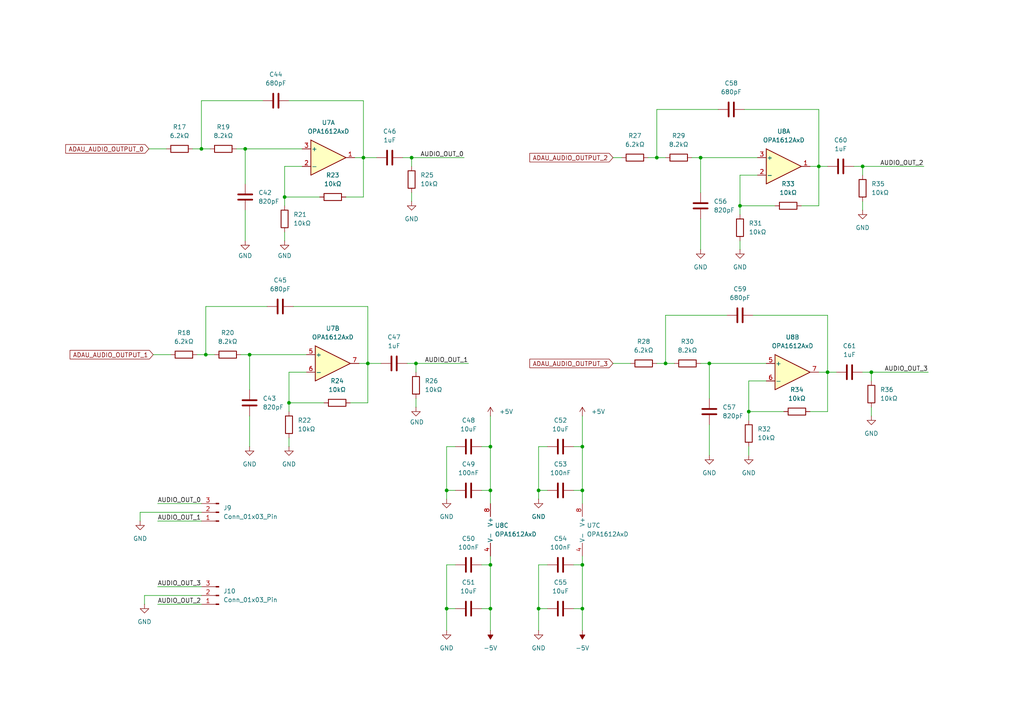
<source format=kicad_sch>
(kicad_sch (version 20250114) (generator "eeschema") (generator_version "9.0")
  (paper "A4")
  (title_block (title "${TITLE_BLOCK_PROJECT_NAME}") (date "${TITLE_BLOCK_DATE}") (rev "${TITLE_BLOCK_REVISION}") (company "${TITLE_BLOCK_AUTHOR}") (comment 1 "${TITLE_BLOCK_REPOSITORY}") (comment 8 "${TITLE_BLOCK_PROJECT_NAME_SHORT}") (comment 9 "${TITLE_BLOCK_BASE_REPOSITORY}"))
  (lib_symbols
    (symbol "Amplifier_Operational:OPA1612AxD" (pin_names (offset 0.127))
      (property "Reference" "U" (at 0 5.08 0))
      (property "Value" "OPA1612AxD" (at 0 -5.08 0))
      (symbol "OPA1612AxD_1_1"
        (polyline (pts (xy -5.08 5.08) (xy 5.08 0) (xy -5.08 -5.08) (xy -5.08 5.08)) (stroke (width 0.254)) (fill (type background)))
        (pin input line (at -7.62 2.54 0) (length 2.54) (name "+") (number "3"))
        (pin input line (at -7.62 -2.54 0) (length 2.54) (name "-") (number "2"))
        (pin output line (at 7.62 0 180) (length 2.54) (name "~") (number "1"))
      )
      (symbol "OPA1612AxD_2_1"
        (polyline (pts (xy -5.08 5.08) (xy 5.08 0) (xy -5.08 -5.08) (xy -5.08 5.08)) (stroke (width 0.254)) (fill (type background)))
        (pin input line (at -7.62 2.54 0) (length 2.54) (name "+") (number "5"))
        (pin input line (at -7.62 -2.54 0) (length 2.54) (name "-") (number "6"))
        (pin output line (at 7.62 0 180) (length 2.54) (name "~") (number "7"))
      )
      (symbol "OPA1612AxD_3_1"
        (pin power_in line (at -2.54 7.62 270) (length 3.81) (name "V+") (number "8"))
        (pin power_in line (at -2.54 -7.62 90) (length 3.81) (name "V-") (number "4"))
      )
    )
    (symbol "Connector:Conn_01x03_Pin" (pin_names (offset 1.016) (hide yes))
      (property "Reference" "J" (at 0 5.08 0))
      (property "Value" "Conn_01x03_Pin" (at 0 -5.08 0))
      (symbol "Conn_01x03_Pin_1_1"
        (rectangle (start 0.8636 2.667) (end 0 2.413) (stroke (width 0.1524)) (fill (type outline)))
        (rectangle (start 0.8636 0.127) (end 0 -0.127) (stroke (width 0.1524)) (fill (type outline)))
        (rectangle (start 0.8636 -2.413) (end 0 -2.667) (stroke (width 0.1524)) (fill (type outline)))
        (polyline (pts (xy 1.27 2.54) (xy 0.8636 2.54)) (stroke (width 0.1524)))
        (polyline (pts (xy 1.27 0) (xy 0.8636 0)) (stroke (width 0.1524)))
        (polyline (pts (xy 1.27 -2.54) (xy 0.8636 -2.54)) (stroke (width 0.1524)))
        (pin passive line (at 5.08 2.54 180) (length 3.81) (name "Pin_1") (number "1"))
        (pin passive line (at 5.08 0 180) (length 3.81) (name "Pin_2") (number "2"))
        (pin passive line (at 5.08 -2.54 180) (length 3.81) (name "Pin_3") (number "3"))
      )
    )
    (symbol "Device:C" (pin_numbers (hide yes)) (pin_names (offset 0.254))
      (property "Reference" "C" (at 0.635 2.54 0))
      (property "Value" "C" (at 0.635 -2.54 0))
      (symbol "C_0_1"
        (polyline (pts (xy -2.032 0.762) (xy 2.032 0.762)) (stroke (width 0.508)))
        (polyline (pts (xy -2.032 -0.762) (xy 2.032 -0.762)) (stroke (width 0.508)))
      )
      (symbol "C_1_1"
        (pin passive line (at 0 3.81 270) (length 2.794) (name "~") (number "1"))
        (pin passive line (at 0 -3.81 90) (length 2.794) (name "~") (number "2"))
      )
    )
    (symbol "Device:R" (pin_numbers (hide yes)) (pin_names (offset 0))
      (property "Reference" "R" (at 2.032 0 90))
      (property "Value" "R" (at 0 0 90))
      (symbol "R_0_1"
        (rectangle (start -1.016 -2.54) (end 1.016 2.54) (stroke (width 0.254)))
      )
      (symbol "R_1_1"
        (pin passive line (at 0 3.81 270) (length 1.27) (name "~") (number "1"))
        (pin passive line (at 0 -3.81 90) (length 1.27) (name "~") (number "2"))
      )
    )
    (symbol "power:+5V" (power) (pin_numbers (hide yes)) (pin_names (offset 0) (hide yes))
      (property "Value" "+5V" (at 0 3.556 0))
      (symbol "+5V_0_1"
        (polyline (pts (xy -0.762 1.27) (xy 0 2.54)))
        (polyline (pts (xy 0 2.54) (xy 0.762 1.27)))
        (polyline (pts (xy 0 0) (xy 0 2.54)))
      )
      (symbol "+5V_1_1"
        (pin power_in line (at 0 0 90) (length 0) (name "~") (number "1"))
      )
    )
    (symbol "power:-5V" (power) (pin_numbers (hide yes)) (pin_names (offset 0) (hide yes))
      (property "Value" "-5V" (at 0 3.556 0))
      (symbol "-5V_0_0"
        (pin power_in line (at 0 0 90) (length 0) (name "~") (number "1"))
      )
      (symbol "-5V_0_1"
        (polyline (pts (xy 0 0) (xy 0 1.27) (xy 0.762 1.27) (xy 0 2.54) (xy -0.762 1.27) (xy 0 1.27)) (fill (type outline)))
      )
    )
    (symbol "power:GND" (power) (pin_numbers (hide yes)) (pin_names (offset 0) (hide yes))
      (property "Value" "GND" (at 0 -3.81 0))
      (symbol "GND_0_1"
        (polyline (pts (xy 0 0) (xy 0 -1.27) (xy 1.27 -1.27) (xy 0 -2.54) (xy -1.27 -1.27) (xy 0 -1.27)))
      )
      (symbol "GND_1_1"
        (pin power_in line (at 0 0 270) (length 0) (name "~") (number "1"))
      )
    )
  )
  (junction (at 240.03 107.95))
  (junction (at 156.21 142.24))
  (junction (at 105.41 45.72))
  (junction (at 142.24 163.83))
  (junction (at 203.2 45.72))
  (junction (at 168.91 163.83))
  (junction (at 252.73 107.95))
  (junction (at 142.24 142.24))
  (junction (at 156.21 176.53))
  (junction (at 205.74 105.41))
  (junction (at 168.91 129.54))
  (junction (at 83.82 116.84))
  (junction (at 142.24 176.53))
  (junction (at 168.91 176.53))
  (junction (at 119.38 45.72))
  (junction (at 142.24 129.54))
  (junction (at 214.63 59.69))
  (junction (at 193.04 105.41))
  (junction (at 82.55 57.15))
  (junction (at 237.49 48.26))
  (junction (at 59.69 102.87))
  (junction (at 129.54 176.53))
  (junction (at 120.65 105.41))
  (junction (at 190.5 45.72))
  (junction (at 217.17 119.38))
  (junction (at 129.54 142.24))
  (junction (at 250.19 48.26))
  (junction (at 168.91 142.24))
  (junction (at 58.42 43.18))
  (junction (at 72.39 102.87))
  (junction (at 71.12 43.18))
  (junction (at 106.68 105.41))
  (wire (pts (xy 156.21 142.24) (xy 158.75 142.24)))
  (wire (pts (xy 120.65 115.57) (xy 120.65 118.11)))
  (wire (pts (xy 83.82 127) (xy 83.82 129.54)))
  (wire (pts (xy 166.37 163.83) (xy 168.91 163.83)))
  (wire (pts (xy 120.65 105.41) (xy 118.11 105.41)))
  (wire (pts (xy 101.6 116.84) (xy 106.68 116.84)))
  (wire (pts (xy 187.96 45.72) (xy 190.5 45.72)))
  (wire (pts (xy 44.45 102.87) (xy 49.53 102.87)))
  (wire (pts (xy 232.41 59.69) (xy 237.49 59.69)))
  (wire (pts (xy 69.85 102.87) (xy 72.39 102.87)))
  (wire (pts (xy 72.39 102.87) (xy 88.9 102.87)))
  (wire (pts (xy 240.03 119.38) (xy 240.03 107.95)))
  (wire (pts (xy 203.2 45.72) (xy 219.71 45.72)))
  (wire (pts (xy 129.54 129.54) (xy 129.54 142.24)))
  (wire (pts (xy 129.54 176.53) (xy 129.54 163.83)))
  (wire (pts (xy 120.65 107.95) (xy 120.65 105.41)))
  (wire (pts (xy 217.17 121.92) (xy 217.17 119.38)))
  (wire (pts (xy 68.58 43.18) (xy 71.12 43.18)))
  (wire (pts (xy 72.39 120.65) (xy 72.39 129.54)))
  (wire (pts (xy 45.72 146.05) (xy 58.42 146.05)))
  (wire (pts (xy 240.03 107.95) (xy 240.03 91.44)))
  (wire (pts (xy 139.7 176.53) (xy 142.24 176.53)))
  (wire (pts (xy 41.91 172.72) (xy 41.91 175.26)))
  (wire (pts (xy 234.95 48.26) (xy 237.49 48.26)))
  (wire (pts (xy 217.17 110.49) (xy 222.25 110.49)))
  (wire (pts (xy 45.72 151.13) (xy 58.42 151.13)))
  (wire (pts (xy 166.37 176.53) (xy 168.91 176.53)))
  (wire (pts (xy 120.65 105.41) (xy 135.89 105.41)))
  (wire (pts (xy 119.38 45.72) (xy 134.62 45.72)))
  (wire (pts (xy 203.2 45.72) (xy 203.2 55.88)))
  (wire (pts (xy 82.55 57.15) (xy 82.55 48.26)))
  (wire (pts (xy 252.73 107.95) (xy 269.24 107.95)))
  (wire (pts (xy 193.04 105.41) (xy 195.58 105.41)))
  (wire (pts (xy 58.42 29.21) (xy 58.42 43.18)))
  (wire (pts (xy 250.19 50.8) (xy 250.19 48.26)))
  (wire (pts (xy 129.54 176.53) (xy 132.08 176.53)))
  (wire (pts (xy 76.2 29.21) (xy 58.42 29.21)))
  (wire (pts (xy 71.12 60.96) (xy 71.12 69.85)))
  (wire (pts (xy 82.55 57.15) (xy 92.71 57.15)))
  (wire (pts (xy 104.14 105.41) (xy 106.68 105.41)))
  (wire (pts (xy 142.24 120.65) (xy 142.24 129.54)))
  (wire (pts (xy 177.8 105.41) (xy 182.88 105.41)))
  (wire (pts (xy 106.68 105.41) (xy 106.68 88.9)))
  (wire (pts (xy 82.55 59.69) (xy 82.55 57.15)))
  (wire (pts (xy 45.72 170.18) (xy 58.42 170.18)))
  (wire (pts (xy 105.41 45.72) (xy 109.22 45.72)))
  (wire (pts (xy 156.21 129.54) (xy 156.21 142.24)))
  (wire (pts (xy 45.72 175.26) (xy 58.42 175.26)))
  (wire (pts (xy 168.91 163.83) (xy 168.91 176.53)))
  (wire (pts (xy 129.54 144.78) (xy 129.54 142.24)))
  (wire (pts (xy 237.49 48.26) (xy 240.03 48.26)))
  (wire (pts (xy 252.73 107.95) (xy 250.19 107.95)))
  (wire (pts (xy 168.91 161.29) (xy 168.91 163.83)))
  (wire (pts (xy 105.41 45.72) (xy 105.41 29.21)))
  (wire (pts (xy 168.91 129.54) (xy 168.91 142.24)))
  (wire (pts (xy 132.08 129.54) (xy 129.54 129.54)))
  (wire (pts (xy 252.73 110.49) (xy 252.73 107.95)))
  (wire (pts (xy 85.09 88.9) (xy 106.68 88.9)))
  (wire (pts (xy 83.82 119.38) (xy 83.82 116.84)))
  (wire (pts (xy 83.82 116.84) (xy 93.98 116.84)))
  (wire (pts (xy 214.63 50.8) (xy 219.71 50.8)))
  (wire (pts (xy 139.7 163.83) (xy 142.24 163.83)))
  (wire (pts (xy 205.74 105.41) (xy 205.74 115.57)))
  (wire (pts (xy 142.24 129.54) (xy 142.24 142.24)))
  (wire (pts (xy 129.54 163.83) (xy 132.08 163.83)))
  (wire (pts (xy 190.5 105.41) (xy 193.04 105.41)))
  (wire (pts (xy 237.49 59.69) (xy 237.49 48.26)))
  (wire (pts (xy 237.49 48.26) (xy 237.49 31.75)))
  (wire (pts (xy 83.82 116.84) (xy 83.82 107.95)))
  (wire (pts (xy 105.41 57.15) (xy 105.41 45.72)))
  (wire (pts (xy 116.84 45.72) (xy 119.38 45.72)))
  (wire (pts (xy 71.12 43.18) (xy 87.63 43.18)))
  (wire (pts (xy 166.37 142.24) (xy 168.91 142.24)))
  (wire (pts (xy 168.91 120.65) (xy 168.91 129.54)))
  (wire (pts (xy 106.68 116.84) (xy 106.68 105.41)))
  (wire (pts (xy 142.24 163.83) (xy 142.24 176.53)))
  (wire (pts (xy 119.38 55.88) (xy 119.38 58.42)))
  (wire (pts (xy 139.7 129.54) (xy 142.24 129.54)))
  (wire (pts (xy 142.24 161.29) (xy 142.24 163.83)))
  (wire (pts (xy 210.82 91.44) (xy 193.04 91.44)))
  (wire (pts (xy 214.63 62.23) (xy 214.63 59.69)))
  (wire (pts (xy 142.24 142.24) (xy 142.24 146.05)))
  (wire (pts (xy 58.42 172.72) (xy 41.91 172.72)))
  (wire (pts (xy 119.38 48.26) (xy 119.38 45.72)))
  (wire (pts (xy 217.17 119.38) (xy 227.33 119.38)))
  (wire (pts (xy 158.75 129.54) (xy 156.21 129.54)))
  (wire (pts (xy 59.69 102.87) (xy 62.23 102.87)))
  (wire (pts (xy 252.73 118.11) (xy 252.73 120.65)))
  (wire (pts (xy 240.03 107.95) (xy 242.57 107.95)))
  (wire (pts (xy 156.21 182.88) (xy 156.21 176.53)))
  (wire (pts (xy 214.63 59.69) (xy 214.63 50.8)))
  (wire (pts (xy 156.21 176.53) (xy 156.21 163.83)))
  (wire (pts (xy 177.8 45.72) (xy 180.34 45.72)))
  (wire (pts (xy 250.19 58.42) (xy 250.19 60.96)))
  (wire (pts (xy 156.21 144.78) (xy 156.21 142.24)))
  (wire (pts (xy 71.12 43.18) (xy 71.12 53.34)))
  (wire (pts (xy 106.68 105.41) (xy 110.49 105.41)))
  (wire (pts (xy 168.91 176.53) (xy 168.91 182.88)))
  (wire (pts (xy 250.19 48.26) (xy 267.97 48.26)))
  (wire (pts (xy 166.37 129.54) (xy 168.91 129.54)))
  (wire (pts (xy 234.95 119.38) (xy 240.03 119.38)))
  (wire (pts (xy 40.64 148.59) (xy 40.64 151.13)))
  (wire (pts (xy 59.69 88.9) (xy 59.69 102.87)))
  (wire (pts (xy 57.15 102.87) (xy 59.69 102.87)))
  (wire (pts (xy 142.24 176.53) (xy 142.24 182.88)))
  (wire (pts (xy 218.44 91.44) (xy 240.03 91.44)))
  (wire (pts (xy 83.82 107.95) (xy 88.9 107.95)))
  (wire (pts (xy 77.47 88.9) (xy 59.69 88.9)))
  (wire (pts (xy 190.5 45.72) (xy 193.04 45.72)))
  (wire (pts (xy 43.18 43.18) (xy 48.26 43.18)))
  (wire (pts (xy 217.17 119.38) (xy 217.17 110.49)))
  (wire (pts (xy 237.49 107.95) (xy 240.03 107.95)))
  (wire (pts (xy 156.21 163.83) (xy 158.75 163.83)))
  (wire (pts (xy 82.55 67.31) (xy 82.55 69.85)))
  (wire (pts (xy 203.2 105.41) (xy 205.74 105.41)))
  (wire (pts (xy 129.54 182.88) (xy 129.54 176.53)))
  (wire (pts (xy 200.66 45.72) (xy 203.2 45.72)))
  (wire (pts (xy 156.21 176.53) (xy 158.75 176.53)))
  (wire (pts (xy 58.42 148.59) (xy 40.64 148.59)))
  (wire (pts (xy 214.63 59.69) (xy 224.79 59.69)))
  (wire (pts (xy 217.17 129.54) (xy 217.17 132.08)))
  (wire (pts (xy 205.74 123.19) (xy 205.74 132.08)))
  (wire (pts (xy 190.5 31.75) (xy 190.5 45.72)))
  (wire (pts (xy 139.7 142.24) (xy 142.24 142.24)))
  (wire (pts (xy 215.9 31.75) (xy 237.49 31.75)))
  (wire (pts (xy 129.54 142.24) (xy 132.08 142.24)))
  (wire (pts (xy 72.39 102.87) (xy 72.39 113.03)))
  (wire (pts (xy 203.2 63.5) (xy 203.2 72.39)))
  (wire (pts (xy 205.74 105.41) (xy 222.25 105.41)))
  (wire (pts (xy 55.88 43.18) (xy 58.42 43.18)))
  (wire (pts (xy 208.28 31.75) (xy 190.5 31.75)))
  (wire (pts (xy 58.42 43.18) (xy 60.96 43.18)))
  (wire (pts (xy 102.87 45.72) (xy 105.41 45.72)))
  (wire (pts (xy 82.55 48.26) (xy 87.63 48.26)))
  (wire (pts (xy 193.04 91.44) (xy 193.04 105.41)))
  (wire (pts (xy 250.19 48.26) (xy 247.65 48.26)))
  (wire (pts (xy 168.91 142.24) (xy 168.91 146.05)))
  (wire (pts (xy 100.33 57.15) (xy 105.41 57.15)))
  (wire (pts (xy 83.82 29.21) (xy 105.41 29.21)))
  (wire (pts (xy 214.63 69.85) (xy 214.63 72.39)))
  (label "AUDIO_OUT_0" (at 121.92 45.72 0))
  (label "AUDIO_OUT_1" (at 45.72 151.13 0))
  (label "AUDIO_OUT_2" (at 255.27 48.26 0))
  (label "AUDIO_OUT_3" (at 256.54 107.95 0))
  (label "AUDIO_OUT_1" (at 123.19 105.41 0))
  (label "AUDIO_OUT_0" (at 45.72 146.05 0))
  (label "AUDIO_OUT_2" (at 45.72 175.26 0))
  (label "AUDIO_OUT_3" (at 45.72 170.18 0))
  (global_label "ADAU_AUDIO_OUTPUT_3" (shape input) (at 177.8 105.41 180) (property "Intersheetrefs" "${INTERSHEET_REFS}" (effects (hide yes))))
  (global_label "ADAU_AUDIO_OUTPUT_0" (shape input) (at 43.18 43.18 180) (property "Intersheetrefs" "${INTERSHEET_REFS}" (effects (hide yes))))
  (global_label "ADAU_AUDIO_OUTPUT_1" (shape input) (at 44.45 102.87 180) (property "Intersheetrefs" "${INTERSHEET_REFS}" (effects (hide yes))))
  (global_label "ADAU_AUDIO_OUTPUT_2" (shape input) (at 177.8 45.72 180) (property "Intersheetrefs" "${INTERSHEET_REFS}" (effects (hide yes))))
  (symbol (lib_id "Device:C") (at 135.89 142.24 270) (mirror x) (unit 1)
    (property "Reference" "C49" (at 135.89 134.62 90))
    (property "Value" "100nF" (at 135.89 137.16 90))
    (property "Footprint" "Capacitor_SMD:C_0805_2012Metric_Pad1.18x1.45mm_HandSolder" (effects (hide yes)))
    (property "Description" "Unpolarized capacitor" (effects (hide yes)))
  )
  (symbol (lib_id "Device:R") (at 96.52 57.15 90) (unit 1)
    (property "Reference" "R23" (at 96.52 50.8 90))
    (property "Value" "10kΩ" (at 96.52 53.34 90))
    (property "Footprint" "Resistor_SMD:R_0805_2012Metric_Pad1.20x1.40mm_HandSolder" (effects (hide yes)))
    (property "Description" "Resistor" (effects (hide yes)))
  )
  (symbol (lib_id "Device:C") (at 205.74 119.38 180) (unit 1)
    (property "Reference" "C57" (at 209.55 118.1099 0) (effects (justify right)))
    (property "Value" "820pF" (at 209.55 120.6499 0) (effects (justify right)))
    (property "Footprint" "Capacitor_SMD:C_0805_2012Metric_Pad1.18x1.45mm_HandSolder" (effects (hide yes)))
    (property "Description" "Unpolarized capacitor" (effects (hide yes)))
  )
  (symbol (lib_id "Device:C") (at 71.12 57.15 180) (unit 1)
    (property "Reference" "C42" (at 74.93 55.8799 0) (effects (justify right)))
    (property "Value" "820pF" (at 74.93 58.4199 0) (effects (justify right)))
    (property "Footprint" "Capacitor_SMD:C_0805_2012Metric_Pad1.18x1.45mm_HandSolder" (effects (hide yes)))
    (property "Description" "Unpolarized capacitor" (effects (hide yes)))
  )
  (symbol (lib_id "Device:R") (at 184.15 45.72 90) (unit 1)
    (property "Reference" "R27" (at 184.15 39.37 90))
    (property "Value" "6.2kΩ" (at 184.15 41.91 90))
    (property "Footprint" "Resistor_SMD:R_0805_2012Metric_Pad1.20x1.40mm_HandSolder" (effects (hide yes)))
    (property "Description" "Resistor" (effects (hide yes)))
  )
  (symbol (lib_id "Device:C") (at 113.03 45.72 90) (unit 1)
    (property "Reference" "C46" (at 113.03 38.1 90))
    (property "Value" "1uF" (at 113.03 40.64 90))
    (property "Footprint" "Capacitor_SMD:C_0805_2012Metric_Pad1.18x1.45mm_HandSolder" (effects (hide yes)))
    (property "Description" "Unpolarized capacitor" (effects (hide yes)))
  )
  (symbol (lib_id "power:GND") (at 129.54 144.78 0) (mirror y) (unit 1)
    (property "Reference" "#PWR073" (effects (hide yes)))
    (property "Value" "GND" (at 129.54 149.86 0))
    (property "Description" "Power symbol creates a global label with name \"GND\" , ground" (effects (hide yes)))
  )
  (symbol (lib_id "Device:C") (at 81.28 88.9 90) (unit 1)
    (property "Reference" "C45" (at 81.28 81.28 90))
    (property "Value" "680pF" (at 81.28 83.82 90))
    (property "Footprint" "Capacitor_SMD:C_0805_2012Metric_Pad1.18x1.45mm_HandSolder" (effects (hide yes)))
    (property "Description" "Unpolarized capacitor" (effects (hide yes)))
  )
  (symbol (lib_id "Device:R") (at 186.69 105.41 90) (unit 1)
    (property "Reference" "R28" (at 186.69 99.06 90))
    (property "Value" "6.2kΩ" (at 186.69 101.6 90))
    (property "Footprint" "Resistor_SMD:R_0805_2012Metric_Pad1.20x1.40mm_HandSolder" (effects (hide yes)))
    (property "Description" "Resistor" (effects (hide yes)))
  )
  (symbol (lib_id "power:GND") (at 250.19 60.96 0) (mirror y) (unit 1)
    (property "Reference" "#PWR085" (effects (hide yes)))
    (property "Value" "GND" (at 250.19 66.04 0))
    (property "Description" "Power symbol creates a global label with name \"GND\" , ground" (effects (hide yes)))
  )
  (symbol (lib_id "Device:R") (at 228.6 59.69 90) (unit 1)
    (property "Reference" "R33" (at 228.6 53.34 90))
    (property "Value" "10kΩ" (at 228.6 55.88 90))
    (property "Footprint" "Resistor_SMD:R_0805_2012Metric_Pad1.20x1.40mm_HandSolder" (effects (hide yes)))
    (property "Description" "Resistor" (effects (hide yes)))
  )
  (symbol (lib_id "Amplifier_Operational:OPA1612AxD") (at 95.25 45.72 0) (unit 1)
    (property "Reference" "U7" (at 95.25 35.56 0))
    (property "Value" "OPA1612AxD" (at 95.25 38.1 0))
    (property "Footprint" "Package_SO:SOIC-8_3.9x4.9mm_P1.27mm" (effects (hide yes)))
    (property "Datasheet" "http://www.ti.com/lit/ds/symlink/opa1612.pdf" (effects (hide yes)))
    (property "Description" "Dual SoundPlus High Performance, Bipolar-Input Audio Operational Amplifiers, SOIC-8" (effects (hide yes)))
  )
  (symbol (lib_id "power:+5V") (at 168.91 120.65 0) (mirror y) (unit 1)
    (property "Reference" "#PWR079" (effects (hide yes)))
    (property "Value" "+5V" (at 171.45 119.3799 0) (effects (justify right)))
    (property "Description" "Power symbol creates a global label with name \"+5V\"" (effects (hide yes)))
  )
  (symbol (lib_id "power:-5V") (at 142.24 182.88 0) (mirror x) (unit 1)
    (property "Reference" "#PWR076" (effects (hide yes)))
    (property "Value" "-5V" (at 142.24 187.96 0))
    (property "Description" "Power symbol creates a global label with name \"-5V\"" (effects (hide yes)))
  )
  (symbol (lib_id "power:GND") (at 156.21 182.88 0) (mirror y) (unit 1)
    (property "Reference" "#PWR078" (effects (hide yes)))
    (property "Value" "GND" (at 156.21 187.96 0))
    (property "Description" "Power symbol creates a global label with name \"GND\" , ground" (effects (hide yes)))
  )
  (symbol (lib_id "Amplifier_Operational:OPA1612AxD") (at 96.52 105.41 0) (unit 2)
    (property "Reference" "U7" (at 96.52 95.25 0))
    (property "Value" "OPA1612AxD" (at 96.52 97.79 0))
    (property "Footprint" "Package_SO:SOIC-8_3.9x4.9mm_P1.27mm" (effects (hide yes)))
    (property "Datasheet" "http://www.ti.com/lit/ds/symlink/opa1612.pdf" (effects (hide yes)))
    (property "Description" "Dual SoundPlus High Performance, Bipolar-Input Audio Operational Amplifiers, SOIC-8" (effects (hide yes)))
  )
  (symbol (lib_id "Amplifier_Operational:OPA1612AxD") (at 144.78 153.67 0) (unit 3)
    (property "Reference" "U8" (at 143.51 152.3999 0) (effects (justify left)))
    (property "Value" "OPA1612AxD" (at 143.51 154.9399 0) (effects (justify left)))
    (property "Footprint" "Package_SO:SOIC-8_3.9x4.9mm_P1.27mm" (effects (hide yes)))
    (property "Datasheet" "http://www.ti.com/lit/ds/symlink/opa1612.pdf" (effects (hide yes)))
    (property "Description" "Dual SoundPlus High Performance, Bipolar-Input Audio Operational Amplifiers, SOIC-8" (effects (hide yes)))
  )
  (symbol (lib_id "Device:R") (at 217.17 125.73 180) (unit 1)
    (property "Reference" "R32" (at 219.71 124.4599 0) (effects (justify right)))
    (property "Value" "10kΩ" (at 219.71 126.9999 0) (effects (justify right)))
    (property "Footprint" "Resistor_SMD:R_0805_2012Metric_Pad1.20x1.40mm_HandSolder" (effects (hide yes)))
    (property "Description" "Resistor" (effects (hide yes)))
  )
  (symbol (lib_id "Device:R") (at 231.14 119.38 90) (unit 1)
    (property "Reference" "R34" (at 231.14 113.03 90))
    (property "Value" "10kΩ" (at 231.14 115.57 90))
    (property "Footprint" "Resistor_SMD:R_0805_2012Metric_Pad1.20x1.40mm_HandSolder" (effects (hide yes)))
    (property "Description" "Resistor" (effects (hide yes)))
  )
  (symbol (lib_id "Device:C") (at 162.56 176.53 270) (mirror x) (unit 1)
    (property "Reference" "C55" (at 162.56 168.91 90))
    (property "Value" "10uF" (at 162.56 171.45 90))
    (property "Footprint" "Capacitor_SMD:C_0805_2012Metric_Pad1.18x1.45mm_HandSolder" (effects (hide yes)))
    (property "Description" "Unpolarized capacitor" (effects (hide yes)))
  )
  (symbol (lib_id "Device:R") (at 196.85 45.72 90) (unit 1)
    (property "Reference" "R29" (at 196.85 39.37 90))
    (property "Value" "8.2kΩ" (at 196.85 41.91 90))
    (property "Footprint" "Resistor_SMD:R_0805_2012Metric_Pad1.20x1.40mm_HandSolder" (effects (hide yes)))
    (property "Description" "Resistor" (effects (hide yes)))
  )
  (symbol (lib_id "Device:C") (at 80.01 29.21 90) (unit 1)
    (property "Reference" "C44" (at 80.01 21.59 90))
    (property "Value" "680pF" (at 80.01 24.13 90))
    (property "Footprint" "Capacitor_SMD:C_0805_2012Metric_Pad1.18x1.45mm_HandSolder" (effects (hide yes)))
    (property "Description" "Unpolarized capacitor" (effects (hide yes)))
  )
  (symbol (lib_id "Device:C") (at 135.89 176.53 270) (mirror x) (unit 1)
    (property "Reference" "C51" (at 135.89 168.91 90))
    (property "Value" "10uF" (at 135.89 171.45 90))
    (property "Footprint" "Capacitor_SMD:C_0805_2012Metric_Pad1.18x1.45mm_HandSolder" (effects (hide yes)))
    (property "Description" "Unpolarized capacitor" (effects (hide yes)))
  )
  (symbol (lib_id "power:GND") (at 156.21 144.78 0) (mirror y) (unit 1)
    (property "Reference" "#PWR077" (effects (hide yes)))
    (property "Value" "GND" (at 156.21 149.86 0))
    (property "Description" "Power symbol creates a global label with name \"GND\" , ground" (effects (hide yes)))
  )
  (symbol (lib_id "power:GND") (at 214.63 72.39 0) (mirror y) (unit 1)
    (property "Reference" "#PWR083" (effects (hide yes)))
    (property "Value" "GND" (at 214.63 77.47 0))
    (property "Description" "Power symbol creates a global label with name \"GND\" , ground" (effects (hide yes)))
  )
  (symbol (lib_id "Device:R") (at 250.19 54.61 0) (unit 1)
    (property "Reference" "R35" (at 252.73 53.3399 0) (effects (justify left)))
    (property "Value" "10kΩ" (at 252.73 55.8799 0) (effects (justify left)))
    (property "Footprint" "Resistor_SMD:R_0805_2012Metric_Pad1.20x1.40mm_HandSolder" (effects (hide yes)))
    (property "Description" "Resistor" (effects (hide yes)))
  )
  (symbol (lib_id "Device:R") (at 83.82 123.19 180) (unit 1)
    (property "Reference" "R22" (at 86.36 121.9199 0) (effects (justify right)))
    (property "Value" "10kΩ" (at 86.36 124.4599 0) (effects (justify right)))
    (property "Footprint" "Resistor_SMD:R_0805_2012Metric_Pad1.20x1.40mm_HandSolder" (effects (hide yes)))
    (property "Description" "Resistor" (effects (hide yes)))
  )
  (symbol (lib_id "Amplifier_Operational:OPA1612AxD") (at 229.87 107.95 0) (unit 2)
    (property "Reference" "U8" (at 229.87 97.79 0))
    (property "Value" "OPA1612AxD" (at 229.87 100.33 0))
    (property "Footprint" "Package_SO:SOIC-8_3.9x4.9mm_P1.27mm" (effects (hide yes)))
    (property "Datasheet" "http://www.ti.com/lit/ds/symlink/opa1612.pdf" (effects (hide yes)))
    (property "Description" "Dual SoundPlus High Performance, Bipolar-Input Audio Operational Amplifiers, SOIC-8" (effects (hide yes)))
  )
  (symbol (lib_id "Device:R") (at 53.34 102.87 90) (unit 1)
    (property "Reference" "R18" (at 53.34 96.52 90))
    (property "Value" "6.2kΩ" (at 53.34 99.06 90))
    (property "Footprint" "Resistor_SMD:R_0805_2012Metric_Pad1.20x1.40mm_HandSolder" (effects (hide yes)))
    (property "Description" "Resistor" (effects (hide yes)))
  )
  (symbol (lib_id "Device:C") (at 162.56 129.54 270) (mirror x) (unit 1)
    (property "Reference" "C52" (at 162.56 121.92 90))
    (property "Value" "10uF" (at 162.56 124.46 90))
    (property "Footprint" "Capacitor_SMD:C_0805_2012Metric_Pad1.18x1.45mm_HandSolder" (effects (hide yes)))
    (property "Description" "Unpolarized capacitor" (effects (hide yes)))
  )
  (symbol (lib_id "power:GND") (at 120.65 118.11 0) (mirror y) (unit 1)
    (property "Reference" "#PWR072" (effects (hide yes)))
    (property "Value" "GND" (at 120.904 122.428 0))
    (property "Description" "Power symbol creates a global label with name \"GND\" , ground" (effects (hide yes)))
  )
  (symbol (lib_id "power:GND") (at 252.73 120.65 0) (mirror y) (unit 1)
    (property "Reference" "#PWR086" (effects (hide yes)))
    (property "Value" "GND" (at 252.73 125.73 0))
    (property "Description" "Power symbol creates a global label with name \"GND\" , ground" (effects (hide yes)))
  )
  (symbol (lib_id "power:GND") (at 205.74 132.08 0) (mirror y) (unit 1)
    (property "Reference" "#PWR082" (effects (hide yes)))
    (property "Value" "GND" (at 205.74 137.16 0))
    (property "Description" "Power symbol creates a global label with name \"GND\" , ground" (effects (hide yes)))
  )
  (symbol (lib_id "Device:C") (at 72.39 116.84 180) (unit 1)
    (property "Reference" "C43" (at 76.2 115.5699 0) (effects (justify right)))
    (property "Value" "820pF" (at 76.2 118.1099 0) (effects (justify right)))
    (property "Footprint" "Capacitor_SMD:C_0805_2012Metric_Pad1.18x1.45mm_HandSolder" (effects (hide yes)))
    (property "Description" "Unpolarized capacitor" (effects (hide yes)))
  )
  (symbol (lib_id "Device:R") (at 97.79 116.84 90) (unit 1)
    (property "Reference" "R24" (at 97.79 110.49 90))
    (property "Value" "10kΩ" (at 97.79 113.03 90))
    (property "Footprint" "Resistor_SMD:R_0805_2012Metric_Pad1.20x1.40mm_HandSolder" (effects (hide yes)))
    (property "Description" "Resistor" (effects (hide yes)))
  )
  (symbol (lib_id "power:GND") (at 203.2 72.39 0) (mirror y) (unit 1)
    (property "Reference" "#PWR081" (effects (hide yes)))
    (property "Value" "GND" (at 203.2 77.47 0))
    (property "Description" "Power symbol creates a global label with name \"GND\" , ground" (effects (hide yes)))
  )
  (symbol (lib_id "Device:R") (at 66.04 102.87 90) (unit 1)
    (property "Reference" "R20" (at 66.04 96.52 90))
    (property "Value" "8.2kΩ" (at 66.04 99.06 90))
    (property "Footprint" "Resistor_SMD:R_0805_2012Metric_Pad1.20x1.40mm_HandSolder" (effects (hide yes)))
    (property "Description" "Resistor" (effects (hide yes)))
  )
  (symbol (lib_id "Device:R") (at 52.07 43.18 90) (unit 1)
    (property "Reference" "R17" (at 52.07 36.83 90))
    (property "Value" "6.2kΩ" (at 52.07 39.37 90))
    (property "Footprint" "Resistor_SMD:R_0805_2012Metric_Pad1.20x1.40mm_HandSolder" (effects (hide yes)))
    (property "Description" "Resistor" (effects (hide yes)))
  )
  (symbol (lib_id "power:GND") (at 129.54 182.88 0) (mirror y) (unit 1)
    (property "Reference" "#PWR074" (effects (hide yes)))
    (property "Value" "GND" (at 129.54 187.96 0))
    (property "Description" "Power symbol creates a global label with name \"GND\" , ground" (effects (hide yes)))
  )
  (symbol (lib_id "power:GND") (at 40.64 151.13 0) (mirror y) (unit 1)
    (property "Reference" "#PWR065" (effects (hide yes)))
    (property "Value" "GND" (at 40.64 156.21 0))
    (property "Description" "Power symbol creates a global label with name \"GND\" , ground" (effects (hide yes)))
  )
  (symbol (lib_id "power:GND") (at 82.55 69.85 0) (mirror y) (unit 1)
    (property "Reference" "#PWR069" (effects (hide yes)))
    (property "Value" "GND" (at 82.55 74.168 0))
    (property "Description" "Power symbol creates a global label with name \"GND\" , ground" (effects (hide yes)))
  )
  (symbol (lib_id "Device:R") (at 82.55 63.5 180) (unit 1)
    (property "Reference" "R21" (at 85.09 62.2299 0) (effects (justify right)))
    (property "Value" "10kΩ" (at 85.09 64.7699 0) (effects (justify right)))
    (property "Footprint" "Resistor_SMD:R_0805_2012Metric_Pad1.20x1.40mm_HandSolder" (effects (hide yes)))
    (property "Description" "Resistor" (effects (hide yes)))
  )
  (symbol (lib_id "Amplifier_Operational:OPA1612AxD") (at 227.33 48.26 0) (unit 1)
    (property "Reference" "U8" (at 227.33 38.1 0))
    (property "Value" "OPA1612AxD" (at 227.33 40.64 0))
    (property "Footprint" "Package_SO:SOIC-8_3.9x4.9mm_P1.27mm" (effects (hide yes)))
    (property "Datasheet" "http://www.ti.com/lit/ds/symlink/opa1612.pdf" (effects (hide yes)))
    (property "Description" "Dual SoundPlus High Performance, Bipolar-Input Audio Operational Amplifiers, SOIC-8" (effects (hide yes)))
  )
  (symbol (lib_id "power:-5V") (at 168.91 182.88 0) (mirror x) (unit 1)
    (property "Reference" "#PWR080" (effects (hide yes)))
    (property "Value" "-5V" (at 168.91 187.96 0))
    (property "Description" "Power symbol creates a global label with name \"-5V\"" (effects (hide yes)))
  )
  (symbol (lib_id "Device:C") (at 135.89 163.83 270) (mirror x) (unit 1)
    (property "Reference" "C50" (at 135.89 156.21 90))
    (property "Value" "100nF" (at 135.89 158.75 90))
    (property "Footprint" "Capacitor_SMD:C_0805_2012Metric_Pad1.18x1.45mm_HandSolder" (effects (hide yes)))
    (property "Description" "Unpolarized capacitor" (effects (hide yes)))
  )
  (symbol (lib_id "Device:C") (at 135.89 129.54 270) (mirror x) (unit 1)
    (property "Reference" "C48" (at 135.89 121.92 90))
    (property "Value" "10uF" (at 135.89 124.46 90))
    (property "Footprint" "Capacitor_SMD:C_0805_2012Metric_Pad1.18x1.45mm_HandSolder" (effects (hide yes)))
    (property "Description" "Unpolarized capacitor" (effects (hide yes)))
  )
  (symbol (lib_id "power:GND") (at 119.38 58.42 0) (mirror y) (unit 1)
    (property "Reference" "#PWR071" (effects (hide yes)))
    (property "Value" "GND" (at 119.38 63.5 0))
    (property "Description" "Power symbol creates a global label with name \"GND\" , ground" (effects (hide yes)))
  )
  (symbol (lib_id "Device:R") (at 119.38 52.07 0) (unit 1)
    (property "Reference" "R25" (at 121.92 50.7999 0) (effects (justify left)))
    (property "Value" "10kΩ" (at 121.92 53.3399 0) (effects (justify left)))
    (property "Footprint" "Resistor_SMD:R_0805_2012Metric_Pad1.20x1.40mm_HandSolder" (effects (hide yes)))
    (property "Description" "Resistor" (effects (hide yes)))
  )
  (symbol (lib_id "Device:R") (at 120.65 111.76 0) (unit 1)
    (property "Reference" "R26" (at 123.19 110.4899 0) (effects (justify left)))
    (property "Value" "10kΩ" (at 123.19 113.0299 0) (effects (justify left)))
    (property "Footprint" "Resistor_SMD:R_0805_2012Metric_Pad1.20x1.40mm_HandSolder" (effects (hide yes)))
    (property "Description" "Resistor" (effects (hide yes)))
  )
  (symbol (lib_id "Connector:Conn_01x03_Pin") (at 63.5 172.72 180) (unit 1)
    (property "Reference" "J10" (at 64.77 171.4499 0) (effects (justify right)))
    (property "Value" "Conn_01x03_Pin" (at 64.77 173.9899 0) (effects (justify right)))
    (property "Footprint" "Connector_JST:JST_XH_B3B-XH-A_1x03_P2.50mm_Vertical" (effects (hide yes)))
    (property "Description" "Generic connector, single row, 01x03, script generated" (effects (hide yes)))
  )
  (symbol (lib_id "Device:C") (at 214.63 91.44 90) (unit 1)
    (property "Reference" "C59" (at 214.63 83.82 90))
    (property "Value" "680pF" (at 214.63 86.36 90))
    (property "Footprint" "Capacitor_SMD:C_0805_2012Metric_Pad1.18x1.45mm_HandSolder" (effects (hide yes)))
    (property "Description" "Unpolarized capacitor" (effects (hide yes)))
  )
  (symbol (lib_id "Device:R") (at 214.63 66.04 180) (unit 1)
    (property "Reference" "R31" (at 217.17 64.7699 0) (effects (justify right)))
    (property "Value" "10kΩ" (at 217.17 67.3099 0) (effects (justify right)))
    (property "Footprint" "Resistor_SMD:R_0805_2012Metric_Pad1.20x1.40mm_HandSolder" (effects (hide yes)))
    (property "Description" "Resistor" (effects (hide yes)))
  )
  (symbol (lib_id "power:+5V") (at 142.24 120.65 0) (mirror y) (unit 1)
    (property "Reference" "#PWR075" (effects (hide yes)))
    (property "Value" "+5V" (at 144.78 119.3799 0) (effects (justify right)))
    (property "Description" "Power symbol creates a global label with name \"+5V\"" (effects (hide yes)))
  )
  (symbol (lib_id "Device:R") (at 199.39 105.41 90) (unit 1)
    (property "Reference" "R30" (at 199.39 99.06 90))
    (property "Value" "8.2kΩ" (at 199.39 101.6 90))
    (property "Footprint" "Resistor_SMD:R_0805_2012Metric_Pad1.20x1.40mm_HandSolder" (effects (hide yes)))
    (property "Description" "Resistor" (effects (hide yes)))
  )
  (symbol (lib_id "Device:C") (at 162.56 163.83 270) (mirror x) (unit 1)
    (property "Reference" "C54" (at 162.56 156.21 90))
    (property "Value" "100nF" (at 162.56 158.75 90))
    (property "Footprint" "Capacitor_SMD:C_0805_2012Metric_Pad1.18x1.45mm_HandSolder" (effects (hide yes)))
    (property "Description" "Unpolarized capacitor" (effects (hide yes)))
  )
  (symbol (lib_id "power:GND") (at 72.39 129.54 0) (mirror y) (unit 1)
    (property "Reference" "#PWR068" (effects (hide yes)))
    (property "Value" "GND" (at 72.39 134.62 0))
    (property "Description" "Power symbol creates a global label with name \"GND\" , ground" (effects (hide yes)))
  )
  (symbol (lib_id "power:GND") (at 41.91 175.26 0) (mirror y) (unit 1)
    (property "Reference" "#PWR066" (effects (hide yes)))
    (property "Value" "GND" (at 41.91 180.34 0))
    (property "Description" "Power symbol creates a global label with name \"GND\" , ground" (effects (hide yes)))
  )
  (symbol (lib_id "Device:C") (at 212.09 31.75 90) (unit 1)
    (property "Reference" "C58" (at 212.09 24.13 90))
    (property "Value" "680pF" (at 212.09 26.67 90))
    (property "Footprint" "Capacitor_SMD:C_0805_2012Metric_Pad1.18x1.45mm_HandSolder" (effects (hide yes)))
    (property "Description" "Unpolarized capacitor" (effects (hide yes)))
  )
  (symbol (lib_id "power:GND") (at 83.82 129.54 0) (mirror y) (unit 1)
    (property "Reference" "#PWR070" (effects (hide yes)))
    (property "Value" "GND" (at 83.82 134.62 0))
    (property "Description" "Power symbol creates a global label with name \"GND\" , ground" (effects (hide yes)))
  )
  (symbol (lib_id "Amplifier_Operational:OPA1612AxD") (at 171.45 153.67 0) (unit 3)
    (property "Reference" "U7" (at 170.18 152.3999 0) (effects (justify left)))
    (property "Value" "OPA1612AxD" (at 170.18 154.9399 0) (effects (justify left)))
    (property "Footprint" "Package_SO:SOIC-8_3.9x4.9mm_P1.27mm" (effects (hide yes)))
    (property "Datasheet" "http://www.ti.com/lit/ds/symlink/opa1612.pdf" (effects (hide yes)))
    (property "Description" "Dual SoundPlus High Performance, Bipolar-Input Audio Operational Amplifiers, SOIC-8" (effects (hide yes)))
  )
  (symbol (lib_id "Connector:Conn_01x03_Pin") (at 63.5 148.59 180) (unit 1)
    (property "Reference" "J9" (at 64.77 147.3199 0) (effects (justify right)))
    (property "Value" "Conn_01x03_Pin" (at 64.77 149.8599 0) (effects (justify right)))
    (property "Footprint" "Connector_JST:JST_XH_B3B-XH-A_1x03_P2.50mm_Vertical" (effects (hide yes)))
    (property "Description" "Generic connector, single row, 01x03, script generated" (effects (hide yes)))
  )
  (symbol (lib_id "Device:R") (at 252.73 114.3 0) (unit 1)
    (property "Reference" "R36" (at 255.27 113.0299 0) (effects (justify left)))
    (property "Value" "10kΩ" (at 255.27 115.5699 0) (effects (justify left)))
    (property "Footprint" "Resistor_SMD:R_0805_2012Metric_Pad1.20x1.40mm_HandSolder" (effects (hide yes)))
    (property "Description" "Resistor" (effects (hide yes)))
  )
  (symbol (lib_id "Device:C") (at 246.38 107.95 90) (unit 1)
    (property "Reference" "C61" (at 246.38 100.33 90))
    (property "Value" "1uF" (at 246.38 102.87 90))
    (property "Footprint" "Capacitor_SMD:C_0805_2012Metric_Pad1.18x1.45mm_HandSolder" (effects (hide yes)))
    (property "Description" "Unpolarized capacitor" (effects (hide yes)))
  )
  (symbol (lib_id "Device:C") (at 114.3 105.41 90) (unit 1)
    (property "Reference" "C47" (at 114.3 97.79 90))
    (property "Value" "1uF" (at 114.3 100.33 90))
    (property "Footprint" "Capacitor_SMD:C_0805_2012Metric_Pad1.18x1.45mm_HandSolder" (effects (hide yes)))
    (property "Description" "Unpolarized capacitor" (effects (hide yes)))
  )
  (symbol (lib_id "power:GND") (at 217.17 132.08 0) (mirror y) (unit 1)
    (property "Reference" "#PWR084" (effects (hide yes)))
    (property "Value" "GND" (at 217.17 137.16 0))
    (property "Description" "Power symbol creates a global label with name \"GND\" , ground" (effects (hide yes)))
  )
  (symbol (lib_id "Device:C") (at 243.84 48.26 90) (unit 1)
    (property "Reference" "C60" (at 243.84 40.64 90))
    (property "Value" "1uF" (at 243.84 43.18 90))
    (property "Footprint" "Capacitor_SMD:C_0805_2012Metric_Pad1.18x1.45mm_HandSolder" (effects (hide yes)))
    (property "Description" "Unpolarized capacitor" (effects (hide yes)))
  )
  (symbol (lib_id "Device:C") (at 203.2 59.69 180) (unit 1)
    (property "Reference" "C56" (at 207.01 58.4199 0) (effects (justify right)))
    (property "Value" "820pF" (at 207.01 60.9599 0) (effects (justify right)))
    (property "Footprint" "Capacitor_SMD:C_0805_2012Metric_Pad1.18x1.45mm_HandSolder" (effects (hide yes)))
    (property "Description" "Unpolarized capacitor" (effects (hide yes)))
  )
  (symbol (lib_id "Device:C") (at 162.56 142.24 270) (mirror x) (unit 1)
    (property "Reference" "C53" (at 162.56 134.62 90))
    (property "Value" "100nF" (at 162.56 137.16 90))
    (property "Footprint" "Capacitor_SMD:C_0805_2012Metric_Pad1.18x1.45mm_HandSolder" (effects (hide yes)))
    (property "Description" "Unpolarized capacitor" (effects (hide yes)))
  )
  (symbol (lib_id "Device:R") (at 64.77 43.18 90) (unit 1)
    (property "Reference" "R19" (at 64.77 36.83 90))
    (property "Value" "8.2kΩ" (at 64.77 39.37 90))
    (property "Footprint" "Resistor_SMD:R_0805_2012Metric_Pad1.20x1.40mm_HandSolder" (effects (hide yes)))
    (property "Description" "Resistor" (effects (hide yes)))
  )
  (symbol (lib_id "power:GND") (at 71.12 69.85 0) (mirror y) (unit 1)
    (property "Reference" "#PWR067" (effects (hide yes)))
    (property "Value" "GND" (at 71.12 74.168 0))
    (property "Description" "Power symbol creates a global label with name \"GND\" , ground" (effects (hide yes)))
  )
)
</source>
